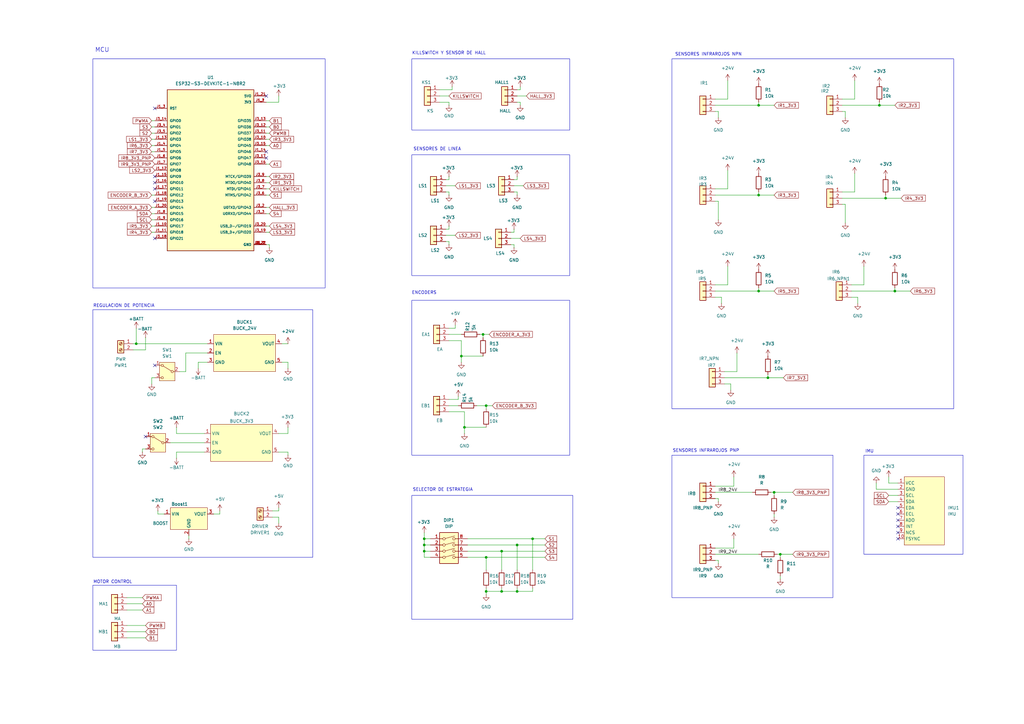
<source format=kicad_sch>
(kicad_sch (version 20231120) (generator "eeschema") (generator_version "8.0")
  (paper "A3")
  (junction (at 363.22 81.28))
  (junction (at 367.03 119.38))
  (junction (at 199.39 228.6))
  (junction (at 314.96 154.94))
  (junction (at 173.99 226.06))
  (junction (at 173.99 223.52))
  (junction (at 311.15 119.38))
  (junction (at 218.44 220.98))
  (junction (at 55.88 140.97))
  (junction (at 198.12 137.16))
  (junction (at 199.39 242.57))
  (junction (at 311.15 80.01))
  (junction (at 360.68 43.18))
  (junction (at 205.74 242.57))
  (junction (at 317.5 201.93))
  (junction (at 189.23 146.05))
  (junction (at 212.09 242.57))
  (junction (at 190.5 175.26))
  (junction (at 311.15 43.18))
  (junction (at 173.99 220.98))
  (junction (at 205.74 226.06))
  (junction (at 320.04 227.33))
  (junction (at 199.39 166.37))
  (junction (at 212.09 223.52))
  (no_connect (at 109.22 39.37))
  (no_connect (at 63.5 44.45))
  (no_connect (at 368.3 215.9))
  (no_connect (at 109.22 62.23))
  (no_connect (at 63.5 149.86))
  (no_connect (at 63.5 97.79))
  (no_connect (at 368.3 218.44))
  (no_connect (at 59.69 179.07))
  (no_connect (at 63.5 77.47))
  (no_connect (at 63.5 72.39))
  (no_connect (at 368.3 210.82))
  (no_connect (at 109.22 64.77))
  (no_connect (at 368.3 208.28))
  (no_connect (at 368.3 220.98))
  (no_connect (at 63.5 82.55))
  (no_connect (at 63.5 74.93))
  (no_connect (at 368.3 213.36))
  (wire (pts (xy 187.96 162.56) (xy 187.96 163.83)))
  (wire (pts (xy 311.15 80.01) (xy 317.5 80.01)))
  (wire (pts (xy 191.77 223.52) (xy 212.09 223.52)))
  (wire (pts (xy 62.23 157.48) (xy 62.23 154.94)))
  (wire (pts (xy 184.15 80.01) (xy 184.15 78.74)))
  (wire (pts (xy 293.37 199.39) (xy 300.99 199.39)))
  (wire (pts (xy 360.68 41.91) (xy 360.68 43.18)))
  (wire (pts (xy 317.5 201.93) (xy 317.5 203.2)))
  (wire (pts (xy 293.37 224.79) (xy 300.99 224.79)))
  (wire (pts (xy 62.23 52.07) (xy 63.5 52.07)))
  (wire (pts (xy 58.42 185.42) (xy 58.42 184.15)))
  (wire (pts (xy 212.09 73.66) (xy 210.82 73.66)))
  (wire (pts (xy 62.23 49.53) (xy 63.5 49.53)))
  (wire (pts (xy 184.15 166.37) (xy 187.96 166.37)))
  (wire (pts (xy 186.69 133.35) (xy 186.69 134.62)))
  (wire (pts (xy 109.22 67.31) (xy 110.49 67.31)))
  (wire (pts (xy 52.07 261.62) (xy 59.69 261.62)))
  (wire (pts (xy 118.11 186.69) (xy 118.11 185.42)))
  (wire (pts (xy 212.09 80.01) (xy 212.09 78.74)))
  (wire (pts (xy 173.99 226.06) (xy 173.99 223.52)))
  (wire (pts (xy 187.96 163.83) (xy 184.15 163.83)))
  (wire (pts (xy 205.74 242.57) (xy 212.09 242.57)))
  (wire (pts (xy 62.23 80.01) (xy 63.5 80.01)))
  (wire (pts (xy 294.64 205.74) (xy 294.64 204.47)))
  (wire (pts (xy 320.04 236.22) (xy 320.04 237.49)))
  (wire (pts (xy 110.49 72.39) (xy 109.22 72.39)))
  (wire (pts (xy 293.37 43.18) (xy 311.15 43.18)))
  (wire (pts (xy 185.42 35.56) (xy 185.42 36.83)))
  (wire (pts (xy 110.49 87.63) (xy 109.22 87.63)))
  (wire (pts (xy 184.15 72.39) (xy 184.15 73.66)))
  (wire (pts (xy 114.3 214.63) (xy 114.3 212.09)))
  (wire (pts (xy 184.15 93.98) (xy 182.88 93.98)))
  (wire (pts (xy 364.49 195.58) (xy 364.49 198.12)))
  (wire (pts (xy 293.37 80.01) (xy 311.15 80.01)))
  (wire (pts (xy 359.41 198.12) (xy 359.41 200.66)))
  (wire (pts (xy 64.77 209.55) (xy 64.77 210.82)))
  (wire (pts (xy 52.07 259.08) (xy 59.69 259.08)))
  (wire (pts (xy 218.44 241.3) (xy 218.44 242.57)))
  (wire (pts (xy 346.71 45.72) (xy 345.44 45.72)))
  (wire (pts (xy 184.15 168.91) (xy 190.5 168.91)))
  (wire (pts (xy 213.36 43.18) (xy 213.36 41.91)))
  (wire (pts (xy 349.25 119.38) (xy 367.03 119.38)))
  (wire (pts (xy 190.5 175.26) (xy 199.39 175.26)))
  (wire (pts (xy 363.22 80.01) (xy 363.22 81.28)))
  (wire (pts (xy 191.77 228.6) (xy 199.39 228.6)))
  (wire (pts (xy 58.42 184.15) (xy 59.69 184.15)))
  (wire (pts (xy 184.15 92.71) (xy 184.15 93.98)))
  (wire (pts (xy 367.03 119.38) (xy 373.38 119.38)))
  (wire (pts (xy 186.69 134.62) (xy 184.15 134.62)))
  (wire (pts (xy 314.96 153.67) (xy 314.96 154.94)))
  (wire (pts (xy 295.91 121.92) (xy 295.91 124.46)))
  (wire (pts (xy 294.64 82.55) (xy 293.37 82.55)))
  (wire (pts (xy 311.15 41.91) (xy 311.15 43.18)))
  (wire (pts (xy 320.04 227.33) (xy 325.12 227.33)))
  (wire (pts (xy 76.2 144.78) (xy 85.09 144.78)))
  (wire (pts (xy 293.37 201.93) (xy 308.61 201.93)))
  (wire (pts (xy 184.15 99.06) (xy 182.88 99.06)))
  (wire (pts (xy 52.07 250.19) (xy 58.42 250.19)))
  (wire (pts (xy 345.44 43.18) (xy 360.68 43.18)))
  (wire (pts (xy 318.77 227.33) (xy 320.04 227.33)))
  (wire (pts (xy 190.5 168.91) (xy 190.5 175.26)))
  (wire (pts (xy 118.11 175.26) (xy 118.11 177.8)))
  (wire (pts (xy 212.09 233.68) (xy 212.09 223.52)))
  (wire (pts (xy 218.44 233.68) (xy 218.44 220.98)))
  (wire (pts (xy 298.45 109.22) (xy 298.45 116.84)))
  (wire (pts (xy 212.09 242.57) (xy 218.44 242.57)))
  (wire (pts (xy 349.25 116.84) (xy 354.33 116.84)))
  (wire (pts (xy 199.39 242.57) (xy 199.39 243.84)))
  (wire (pts (xy 109.22 49.53) (xy 110.49 49.53)))
  (wire (pts (xy 190.5 175.26) (xy 190.5 177.8)))
  (wire (pts (xy 62.23 87.63) (xy 63.5 87.63)))
  (wire (pts (xy 350.52 71.12) (xy 350.52 78.74)))
  (wire (pts (xy 173.99 226.06) (xy 176.53 226.06)))
  (wire (pts (xy 212.09 72.39) (xy 212.09 73.66)))
  (wire (pts (xy 293.37 40.64) (xy 298.45 40.64)))
  (wire (pts (xy 299.72 157.48) (xy 299.72 160.02)))
  (wire (pts (xy 52.07 256.54) (xy 59.69 256.54)))
  (wire (pts (xy 59.69 138.43) (xy 59.69 143.51)))
  (wire (pts (xy 214.63 76.2) (xy 210.82 76.2)))
  (wire (pts (xy 345.44 78.74) (xy 350.52 78.74)))
  (wire (pts (xy 354.33 109.22) (xy 354.33 116.84)))
  (wire (pts (xy 364.49 198.12) (xy 368.3 198.12)))
  (wire (pts (xy 196.85 137.16) (xy 198.12 137.16)))
  (wire (pts (xy 184.15 139.7) (xy 189.23 139.7)))
  (wire (pts (xy 176.53 220.98) (xy 173.99 220.98)))
  (wire (pts (xy 213.36 35.56) (xy 213.36 36.83)))
  (wire (pts (xy 55.88 134.62) (xy 55.88 140.97)))
  (wire (pts (xy 297.18 152.4) (xy 302.26 152.4)))
  (wire (pts (xy 62.23 62.23) (xy 63.5 62.23)))
  (wire (pts (xy 199.39 166.37) (xy 201.93 166.37)))
  (wire (pts (xy 110.49 57.15) (xy 109.22 57.15)))
  (wire (pts (xy 311.15 78.74) (xy 311.15 80.01)))
  (wire (pts (xy 72.39 185.42) (xy 83.82 185.42)))
  (wire (pts (xy 294.64 82.55) (xy 294.64 90.17)))
  (wire (pts (xy 173.99 228.6) (xy 173.99 226.06)))
  (wire (pts (xy 62.23 154.94) (xy 63.5 154.94)))
  (wire (pts (xy 346.71 45.72) (xy 346.71 48.26)))
  (wire (pts (xy 191.77 226.06) (xy 205.74 226.06)))
  (wire (pts (xy 76.2 152.4) (xy 73.66 152.4)))
  (wire (pts (xy 189.23 139.7) (xy 189.23 146.05)))
  (wire (pts (xy 186.69 96.52) (xy 182.88 96.52)))
  (wire (pts (xy 213.36 97.79) (xy 209.55 97.79)))
  (wire (pts (xy 81.28 148.59) (xy 85.09 148.59)))
  (wire (pts (xy 62.23 90.17) (xy 63.5 90.17)))
  (wire (pts (xy 114.3 39.37) (xy 114.3 41.91)))
  (wire (pts (xy 114.3 209.55) (xy 111.76 209.55)))
  (wire (pts (xy 62.23 54.61) (xy 63.5 54.61)))
  (wire (pts (xy 118.11 185.42) (xy 114.3 185.42)))
  (wire (pts (xy 210.82 95.25) (xy 209.55 95.25)))
  (wire (pts (xy 180.34 39.37) (xy 184.15 39.37)))
  (wire (pts (xy 300.99 220.98) (xy 300.99 224.79)))
  (wire (pts (xy 210.82 101.6) (xy 210.82 100.33)))
  (wire (pts (xy 72.39 175.26) (xy 72.39 177.8)))
  (wire (pts (xy 213.36 36.83) (xy 212.09 36.83)))
  (wire (pts (xy 62.23 59.69) (xy 63.5 59.69)))
  (wire (pts (xy 300.99 195.58) (xy 300.99 199.39)))
  (wire (pts (xy 64.77 210.82) (xy 67.31 210.82)))
  (wire (pts (xy 210.82 100.33) (xy 209.55 100.33)))
  (wire (pts (xy 115.57 140.97) (xy 118.11 140.97)))
  (wire (pts (xy 184.15 73.66) (xy 182.88 73.66)))
  (wire (pts (xy 199.39 167.64) (xy 199.39 166.37)))
  (wire (pts (xy 118.11 148.59) (xy 118.11 151.13)))
  (wire (pts (xy 345.44 40.64) (xy 350.52 40.64)))
  (wire (pts (xy 173.99 223.52) (xy 176.53 223.52)))
  (wire (pts (xy 114.3 208.28) (xy 114.3 209.55)))
  (wire (pts (xy 199.39 241.3) (xy 199.39 242.57)))
  (wire (pts (xy 72.39 187.96) (xy 72.39 185.42)))
  (wire (pts (xy 109.22 95.25) (xy 110.49 95.25)))
  (wire (pts (xy 346.71 83.82) (xy 346.71 91.44)))
  (wire (pts (xy 302.26 144.78) (xy 302.26 152.4)))
  (wire (pts (xy 189.23 146.05) (xy 189.23 148.59)))
  (wire (pts (xy 205.74 241.3) (xy 205.74 242.57)))
  (wire (pts (xy 198.12 137.16) (xy 200.66 137.16)))
  (wire (pts (xy 186.69 76.2) (xy 182.88 76.2)))
  (wire (pts (xy 109.22 92.71) (xy 110.49 92.71)))
  (wire (pts (xy 114.3 41.91) (xy 109.22 41.91)))
  (wire (pts (xy 298.45 69.85) (xy 298.45 77.47)))
  (wire (pts (xy 52.07 245.11) (xy 58.42 245.11)))
  (wire (pts (xy 351.79 121.92) (xy 349.25 121.92)))
  (wire (pts (xy 294.64 204.47) (xy 293.37 204.47)))
  (wire (pts (xy 364.49 203.2) (xy 368.3 203.2)))
  (wire (pts (xy 54.61 143.51) (xy 59.69 143.51)))
  (wire (pts (xy 363.22 81.28) (xy 369.57 81.28)))
  (wire (pts (xy 205.74 226.06) (xy 223.52 226.06)))
  (wire (pts (xy 350.52 33.02) (xy 350.52 40.64)))
  (wire (pts (xy 62.23 57.15) (xy 63.5 57.15)))
  (wire (pts (xy 210.82 93.98) (xy 210.82 95.25)))
  (wire (pts (xy 55.88 140.97) (xy 54.61 140.97)))
  (wire (pts (xy 311.15 118.11) (xy 311.15 119.38)))
  (wire (pts (xy 90.17 210.82) (xy 87.63 210.82)))
  (wire (pts (xy 364.49 205.74) (xy 368.3 205.74)))
  (wire (pts (xy 184.15 41.91) (xy 180.34 41.91)))
  (wire (pts (xy 173.99 223.52) (xy 173.99 220.98)))
  (wire (pts (xy 62.23 95.25) (xy 63.5 95.25)))
  (wire (pts (xy 199.39 233.68) (xy 199.39 228.6)))
  (wire (pts (xy 212.09 241.3) (xy 212.09 242.57)))
  (wire (pts (xy 109.22 80.01) (xy 110.49 80.01)))
  (wire (pts (xy 69.85 181.61) (xy 83.82 181.61)))
  (wire (pts (xy 293.37 116.84) (xy 298.45 116.84)))
  (wire (pts (xy 110.49 85.09) (xy 109.22 85.09)))
  (wire (pts (xy 351.79 121.92) (xy 351.79 124.46)))
  (wire (pts (xy 294.64 45.72) (xy 293.37 45.72)))
  (wire (pts (xy 345.44 81.28) (xy 363.22 81.28)))
  (wire (pts (xy 111.76 212.09) (xy 114.3 212.09)))
  (wire (pts (xy 110.49 101.6) (xy 110.49 100.33)))
  (wire (pts (xy 110.49 100.33) (xy 109.22 100.33)))
  (wire (pts (xy 198.12 138.43) (xy 198.12 137.16)))
  (wire (pts (xy 110.49 74.93) (xy 109.22 74.93)))
  (wire (pts (xy 173.99 228.6) (xy 176.53 228.6)))
  (wire (pts (xy 52.07 247.65) (xy 58.42 247.65)))
  (wire (pts (xy 212.09 223.52) (xy 223.52 223.52)))
  (wire (pts (xy 199.39 242.57) (xy 205.74 242.57)))
  (wire (pts (xy 184.15 100.33) (xy 184.15 99.06)))
  (wire (pts (xy 62.23 85.09) (xy 63.5 85.09)))
  (wire (pts (xy 299.72 157.48) (xy 297.18 157.48)))
  (wire (pts (xy 118.11 148.59) (xy 115.57 148.59)))
  (wire (pts (xy 360.68 43.18) (xy 367.03 43.18)))
  (wire (pts (xy 215.9 39.37) (xy 212.09 39.37)))
  (wire (pts (xy 184.15 137.16) (xy 189.23 137.16)))
  (wire (pts (xy 77.47 219.71) (xy 77.47 220.98)))
  (wire (pts (xy 205.74 233.68) (xy 205.74 226.06)))
  (wire (pts (xy 293.37 227.33) (xy 311.15 227.33)))
  (wire (pts (xy 293.37 119.38) (xy 311.15 119.38)))
  (wire (pts (xy 185.42 36.83) (xy 180.34 36.83)))
  (wire (pts (xy 297.18 154.94) (xy 314.96 154.94)))
  (wire (pts (xy 110.49 77.47) (xy 109.22 77.47)))
  (wire (pts (xy 316.23 201.93) (xy 317.5 201.93)))
  (wire (pts (xy 298.45 33.02) (xy 298.45 40.64)))
  (wire (pts (xy 359.41 200.66) (xy 368.3 200.66)))
  (wire (pts (xy 72.39 177.8) (xy 83.82 177.8)))
  (wire (pts (xy 109.22 59.69) (xy 110.49 59.69)))
  (wire (pts (xy 90.17 209.55) (xy 90.17 210.82)))
  (wire (pts (xy 294.64 231.14) (xy 294.64 229.87)))
  (wire (pts (xy 311.15 119.38) (xy 317.5 119.38)))
  (wire (pts (xy 367.03 118.11) (xy 367.03 119.38)))
  (wire (pts (xy 346.71 83.82) (xy 345.44 83.82)))
  (wire (pts (xy 320.04 227.33) (xy 320.04 228.6)))
  (wire (pts (xy 294.64 229.87) (xy 293.37 229.87)))
  (wire (pts (xy 317.5 210.82) (xy 317.5 212.09)))
  (wire (pts (xy 314.96 154.94) (xy 321.31 154.94)))
  (wire (pts (xy 81.28 151.13) (xy 81.28 148.59)))
  (wire (pts (xy 184.15 78.74) (xy 182.88 78.74)))
  (wire (pts (xy 294.64 45.72) (xy 294.64 48.26)))
  (wire (pts (xy 55.88 140.97) (xy 85.09 140.97)))
  (wire (pts (xy 184.15 43.18) (xy 184.15 41.91)))
  (wire (pts (xy 173.99 218.44) (xy 173.99 220.98)))
  (wire (pts (xy 109.22 52.07) (xy 110.49 52.07)))
  (wire (pts (xy 199.39 228.6) (xy 223.52 228.6)))
  (wire (pts (xy 218.44 220.98) (xy 223.52 220.98)))
  (wire (pts (xy 62.23 92.71) (xy 63.5 92.71)))
  (wire (pts (xy 311.15 43.18) (xy 317.5 43.18)))
  (wire (pts (xy 293.37 77.47) (xy 298.45 77.47)))
  (wire (pts (xy 213.36 41.91) (xy 212.09 41.91)))
  (wire (pts (xy 212.09 78.74) (xy 210.82 78.74)))
  (wire (pts (xy 118.11 177.8) (xy 114.3 177.8)))
  (wire (pts (xy 109.22 54.61) (xy 110.49 54.61)))
  (wire (pts (xy 195.58 166.37) (xy 199.39 166.37)))
  (wire (pts (xy 76.2 144.78) (xy 76.2 152.4)))
  (wire (pts (xy 317.5 201.93) (xy 325.12 201.93)))
  (wire (pts (xy 295.91 121.92) (xy 293.37 121.92)))
  (wire (pts (xy 191.77 220.98) (xy 218.44 220.98)))
  (wire (pts (xy 189.23 146.05) (xy 198.12 146.05)))
  (rectangle (start 38.1 24.13) (end 133.35 118.11))
  (rectangle (start 354.33 186.69) (end 394.97 227.33))
  (rectangle (start 38.1 127) (end 128.27 228.6))
  (rectangle (start 168.91 203.2) (end 234.95 254))
  (rectangle (start 168.91 63.5) (end 233.68 113.03))
  (rectangle (start 168.91 24.13) (end 233.68 53.34))
  (rectangle (start 275.59 24.13) (end 391.16 167.64))
  (rectangle (start 275.59 186.69) (end 341.63 245.11))
  (rectangle (start 168.91 123.19) (end 233.68 186.69))
  (rectangle (start 38.1 240.03) (end 72.39 266.7))
  (text "SENSORES DE LINEA" (at 179.324 61.214 0) (effects (font (size 1.27 1.27))))
  (text "SELECTOR DE ESTRATEGIA" (at 181.61 200.914 0) (effects (font (size 1.27 1.27))))
  (text "REGULACION DE POTENCIA\n" (at 50.8 125.476 0) (effects (font (size 1.27 1.27))))
  (text "SENSORES INFRAROJOS NPN\n" (at 290.576 22.352 0) (effects (font (size 1.27 1.27))))
  (text "IMU\n" (at 356.616 185.166 0) (effects (font (size 1.27 1.27))))
  (text "KILLSWITCH Y SENSOR DE HALL" (at 184.15 21.844 0) (effects (font (size 1.27 1.27))))
  (text "ENCODERS\n" (at 173.99 120.142 0) (effects (font (size 1.27 1.27))))
  (text "SENSORES INFRAROJOS PNP\n" (at 289.56 184.912 0) (effects (font (size 1.27 1.27))))
  (text "MCU\n" (at 41.91 20.574 0) (effects (font (size 1.778 1.778))))
  (text "MOTOR CONTROL\n" (at 46.228 238.76 0) (effects (font (size 1.27 1.27))))
  (label "IR8_24V" (at 294.64 201.93 0))
  (label "IR9_24V" (at 294.64 227.33 0))
  (global_label "KILLSWITCH" (shape input) (at 184.15 39.37 0) (property "Intersheetrefs" "${INTERSHEET_REFS}" (effects (hide yes))))
  (global_label "IR4_3V3" (shape input) (at 369.57 81.28 0) (property "Intersheetrefs" "${INTERSHEET_REFS}" (effects (hide yes))))
  (global_label "S4" (shape input) (at 223.52 228.6 0) (property "Intersheetrefs" "${INTERSHEET_REFS}" (effects (hide yes))))
  (global_label "B0" (shape input) (at 110.49 52.07 0) (property "Intersheetrefs" "${INTERSHEET_REFS}" (effects (hide yes))))
  (global_label "LS1_3V3" (shape input) (at 186.69 76.2 0) (property "Intersheetrefs" "${INTERSHEET_REFS}" (effects (hide yes))))
  (global_label "IR7_3V3" (shape input) (at 321.31 154.94 0) (property "Intersheetrefs" "${INTERSHEET_REFS}" (effects (hide yes))))
  (global_label "HALL_3V3" (shape input) (at 215.9 39.37 0) (property "Intersheetrefs" "${INTERSHEET_REFS}" (effects (hide yes))))
  (global_label "LS4_3V3" (shape input) (at 110.49 92.71 0) (property "Intersheetrefs" "${INTERSHEET_REFS}" (effects (hide yes))))
  (global_label "IR6_3V3" (shape input) (at 373.38 119.38 0) (property "Intersheetrefs" "${INTERSHEET_REFS}" (effects (hide yes))))
  (global_label "IR1_3V3" (shape input) (at 110.49 74.93 0) (property "Intersheetrefs" "${INTERSHEET_REFS}" (effects (hide yes))))
  (global_label "IR8_3V3_PNP" (shape input) (at 325.12 201.93 0) (property "Intersheetrefs" "${INTERSHEET_REFS}" (effects (hide yes))))
  (global_label "IR4_3V3" (shape input) (at 62.23 95.25 180) (property "Intersheetrefs" "${INTERSHEET_REFS}" (effects (hide yes))))
  (global_label "ENCODER_A_3V3" (shape input) (at 62.23 85.09 180) (property "Intersheetrefs" "${INTERSHEET_REFS}" (effects (hide yes))))
  (global_label "A0" (shape input) (at 58.42 247.65 0) (property "Intersheetrefs" "${INTERSHEET_REFS}" (effects (hide yes))))
  (global_label "LS3_3V3" (shape input) (at 110.49 95.25 0) (property "Intersheetrefs" "${INTERSHEET_REFS}" (effects (hide yes))))
  (global_label "A1" (shape input) (at 110.49 67.31 0) (property "Intersheetrefs" "${INTERSHEET_REFS}" (effects (hide yes))))
  (global_label "S3" (shape input) (at 223.52 226.06 0) (property "Intersheetrefs" "${INTERSHEET_REFS}" (effects (hide yes))))
  (global_label "SCL" (shape input) (at 62.23 90.17 180) (property "Intersheetrefs" "${INTERSHEET_REFS}" (effects (hide yes))))
  (global_label "IR6_3V3" (shape input) (at 62.23 59.69 180) (property "Intersheetrefs" "${INTERSHEET_REFS}" (effects (hide yes))))
  (global_label "LS1_3V3" (shape input) (at 62.23 57.15 180) (property "Intersheetrefs" "${INTERSHEET_REFS}" (effects (hide yes))))
  (global_label "PWMB" (shape input) (at 59.69 256.54 0) (property "Intersheetrefs" "${INTERSHEET_REFS}" (effects (hide yes))))
  (global_label "IR9_3V3_PNP" (shape input) (at 325.12 227.33 0) (property "Intersheetrefs" "${INTERSHEET_REFS}" (effects (hide yes))))
  (global_label "IR2_3V3" (shape input) (at 367.03 43.18 0) (property "Intersheetrefs" "${INTERSHEET_REFS}" (effects (hide yes))))
  (global_label "S1" (shape input) (at 110.49 80.01 0) (property "Intersheetrefs" "${INTERSHEET_REFS}" (effects (hide yes))))
  (global_label "S2" (shape input) (at 62.23 54.61 180) (property "Intersheetrefs" "${INTERSHEET_REFS}" (effects (hide yes))))
  (global_label "S3" (shape input) (at 62.23 52.07 180) (property "Intersheetrefs" "${INTERSHEET_REFS}" (effects (hide yes))))
  (global_label "KILLSWITCH" (shape input) (at 110.49 77.47 0) (property "Intersheetrefs" "${INTERSHEET_REFS}" (effects (hide yes))))
  (global_label "LS4_3V3" (shape input) (at 213.36 97.79 0) (property "Intersheetrefs" "${INTERSHEET_REFS}" (effects (hide yes))))
  (global_label "B1" (shape input) (at 110.49 49.53 0) (property "Intersheetrefs" "${INTERSHEET_REFS}" (effects (hide yes))))
  (global_label "SCL" (shape input) (at 364.49 203.2 180) (property "Intersheetrefs" "${INTERSHEET_REFS}" (effects (hide yes))))
  (global_label "IR7_3V3" (shape input) (at 62.23 62.23 180) (property "Intersheetrefs" "${INTERSHEET_REFS}" (effects (hide yes))))
  (global_label "HALL_3V3" (shape input) (at 110.49 85.09 0) (property "Intersheetrefs" "${INTERSHEET_REFS}" (effects (hide yes))))
  (global_label "PWMA" (shape input) (at 58.42 245.11 0) (property "Intersheetrefs" "${INTERSHEET_REFS}" (effects (hide yes))))
  (global_label "IR8_3V3_PNP" (shape input) (at 63.5 64.77 180) (property "Intersheetrefs" "${INTERSHEET_REFS}" (effects (hide yes))))
  (global_label "IR2_3V3" (shape input) (at 110.49 72.39 0) (property "Intersheetrefs" "${INTERSHEET_REFS}" (effects (hide yes))))
  (global_label "ENCODER_A_3V3" (shape input) (at 200.66 137.16 0) (property "Intersheetrefs" "${INTERSHEET_REFS}" (effects (hide yes))))
  (global_label "PWMB" (shape input) (at 110.49 54.61 0) (property "Intersheetrefs" "${INTERSHEET_REFS}" (effects (hide yes))))
  (global_label "LS3_3V3" (shape input) (at 214.63 76.2 0) (property "Intersheetrefs" "${INTERSHEET_REFS}" (effects (hide yes))))
  (global_label "SDA" (shape input) (at 62.23 87.63 180) (property "Intersheetrefs" "${INTERSHEET_REFS}" (effects (hide yes))))
  (global_label "LS2_3V3" (shape input) (at 63.5 69.85 180) (property "Intersheetrefs" "${INTERSHEET_REFS}" (effects (hide yes))))
  (global_label "IR1_3V3" (shape input) (at 317.5 43.18 0) (property "Intersheetrefs" "${INTERSHEET_REFS}" (effects (hide yes))))
  (global_label "S4" (shape input) (at 110.49 87.63 0) (property "Intersheetrefs" "${INTERSHEET_REFS}" (effects (hide yes))))
  (global_label "PWMA" (shape input) (at 62.23 49.53 180) (property "Intersheetrefs" "${INTERSHEET_REFS}" (effects (hide yes))))
  (global_label "A0" (shape input) (at 110.49 59.69 0) (property "Intersheetrefs" "${INTERSHEET_REFS}" (effects (hide yes))))
  (global_label "B0" (shape input) (at 59.69 259.08 0) (property "Intersheetrefs" "${INTERSHEET_REFS}" (effects (hide yes))))
  (global_label "IR5_3V3" (shape input) (at 317.5 119.38 0) (property "Intersheetrefs" "${INTERSHEET_REFS}" (effects (hide yes))))
  (global_label "SDA" (shape input) (at 364.49 205.74 180) (property "Intersheetrefs" "${INTERSHEET_REFS}" (effects (hide yes))))
  (global_label "IR3_3V3" (shape input) (at 317.5 80.01 0) (property "Intersheetrefs" "${INTERSHEET_REFS}" (effects (hide yes))))
  (global_label "ENCODER_B_3V3" (shape input) (at 62.23 80.01 180) (property "Intersheetrefs" "${INTERSHEET_REFS}" (effects (hide yes))))
  (global_label "IR3_3V3" (shape input) (at 110.49 57.15 0) (property "Intersheetrefs" "${INTERSHEET_REFS}" (effects (hide yes))))
  (global_label "B1" (shape input) (at 59.69 261.62 0) (property "Intersheetrefs" "${INTERSHEET_REFS}" (effects (hide yes))))
  (global_label "ENCODER_B_3V3" (shape input) (at 201.93 166.37 0) (property "Intersheetrefs" "${INTERSHEET_REFS}" (effects (hide yes))))
  (global_label "IR9_3V3_PNP" (shape input) (at 63.5 67.31 180) (property "Intersheetrefs" "${INTERSHEET_REFS}" (effects (hide yes))))
  (global_label "A1" (shape input) (at 58.42 250.19 0) (property "Intersheetrefs" "${INTERSHEET_REFS}" (effects (hide yes))))
  (global_label "S1" (shape input) (at 223.52 220.98 0) (property "Intersheetrefs" "${INTERSHEET_REFS}" (effects (hide yes))))
  (global_label "IR5_3V3" (shape input) (at 62.23 92.71 180) (property "Intersheetrefs" "${INTERSHEET_REFS}" (effects (hide yes))))
  (global_label "LS2_3V3" (shape input) (at 186.69 96.52 0) (property "Intersheetrefs" "${INTERSHEET_REFS}" (effects (hide yes))))
  (global_label "S2" (shape input) (at 223.52 223.52 0) (property "Intersheetrefs" "${INTERSHEET_REFS}" (effects (hide yes))))
  (symbol (lib_id "power:+3V3") (at 311.15 110.49 0) (unit 1)
    (property "Reference" "#PWR036" (effects (hide yes)))
    (property "Value" "+3V3" (at 311.15 105.41 0))
    (property "Description" "Power symbol creates a global label with name \"+3V3\"" (effects (hide yes)))
  )
  (symbol (lib_id "power:GND") (at 58.42 185.42 0) (unit 1)
    (property "Reference" "#PWR055" (effects (hide yes)))
    (property "Value" "GND" (at 58.42 189.738 0))
    (property "Description" "Power symbol creates a global label with name \"GND\" , ground" (effects (hide yes)))
  )
  (symbol (lib_id "Device:R") (at 218.44 237.49 0) (unit 1)
    (property "Reference" "R19" (at 220.218 236.22 0) (effects (justify left)))
    (property "Value" "10k" (at 220.218 238.76 0) (effects (justify left)))
    (property "Footprint" "Resistor_SMD:R_0603_1608Metric_Pad0.98x0.95mm_HandSolder" (effects (hide yes)))
    (property "Description" "Resistor" (effects (hide yes)))
  )
  (symbol (lib_id "power:GND") (at 212.09 80.01 0) (mirror y) (unit 1)
    (property "Reference" "#PWR026" (effects (hide yes)))
    (property "Value" "GND" (at 212.09 85.09 0))
    (property "Description" "Power symbol creates a global label with name \"GND\" , ground" (effects (hide yes)))
  )
  (symbol (lib_id "power:+3V3") (at 367.03 110.49 0) (unit 1)
    (property "Reference" "#PWR037" (effects (hide yes)))
    (property "Value" "+3V3" (at 367.03 105.41 0))
    (property "Description" "Power symbol creates a global label with name \"+3V3\"" (effects (hide yes)))
  )
  (symbol (lib_id "Connector_Generic:Conn_01x03") (at 344.17 119.38 0) (mirror y) (unit 1)
    (property "Reference" "IR6_NPN1" (at 343.916 114.3 0))
    (property "Value" "IR6" (at 342.9 111.506 0))
    (property "Footprint" "Connector_JST:JST_XH_B3B-XH-A_1x03_P2.50mm_Vertical" (effects (hide yes)))
    (property "Description" "Generic connector, single row, 01x03, script generated (kicad-library-utils/schlib/autogen/connector/)" (effects (hide yes)))
  )
  (symbol (lib_id "Device:R") (at 199.39 237.49 0) (unit 1)
    (property "Reference" "R16" (at 200.66 236.22 0) (effects (justify left)))
    (property "Value" "10k" (at 200.66 238.76 0) (effects (justify left)))
    (property "Footprint" "Resistor_SMD:R_0603_1608Metric_Pad0.98x0.95mm_HandSolder" (effects (hide yes)))
    (property "Description" "Resistor" (effects (hide yes)))
  )
  (symbol (lib_id "power:+24V") (at 350.52 71.12 0) (unit 1)
    (property "Reference" "#PWR021" (effects (hide yes)))
    (property "Value" "+24V" (at 350.52 66.04 0))
    (property "Description" "Power symbol creates a global label with name \"+24V\"" (effects (hide yes)))
  )
  (symbol (lib_id "Connector_Generic:Conn_01x03") (at 292.1 154.94 0) (mirror y) (unit 1)
    (property "Reference" "IR7" (at 291.846 149.86 0))
    (property "Value" "IR7_NPN" (at 290.83 147.066 0))
    (property "Footprint" "Connector_JST:JST_XH_B3B-XH-A_1x03_P2.50mm_Vertical" (effects (hide yes)))
    (property "Description" "Generic connector, single row, 01x03, script generated (kicad-library-utils/schlib/autogen/connector/)" (effects (hide yes)))
  )
  (symbol (lib_id "Connector_Generic:Conn_01x03") (at 340.36 81.28 0) (mirror y) (unit 1)
    (property "Reference" "IR4" (at 340.106 75.184 0))
    (property "Value" "IR4" (at 340.106 72.644 0))
    (property "Footprint" "Connector_JST:JST_XH_B3B-XH-A_1x03_P2.50mm_Vertical" (effects (hide yes)))
    (property "Description" "Generic connector, single row, 01x03, script generated (kicad-library-utils/schlib/autogen/connector/)" (effects (hide yes)))
  )
  (symbol (lib_id "power:+BATT") (at 59.69 138.43 0) (unit 1)
    (property "Reference" "#PWR042" (effects (hide yes)))
    (property "Value" "-BATT" (at 59.436 134.874 0))
    (property "Description" "Power symbol creates a global label with name \"+BATT\"" (effects (hide yes)))
  )
  (symbol (lib_id "power:+3V3") (at 311.15 34.29 0) (unit 1)
    (property "Reference" "#PWR010" (effects (hide yes)))
    (property "Value" "+3V3" (at 311.15 29.21 0))
    (property "Description" "Power symbol creates a global label with name \"+3V3\"" (effects (hide yes)))
  )
  (symbol (lib_id "Connector_Generic:Conn_01x03") (at 177.8 76.2 0) (mirror y) (unit 1)
    (property "Reference" "LS1" (at 175.26 76.2 0) (effects (justify left)))
    (property "Value" "LS1" (at 180.34 82.296 0) (effects (justify left)))
    (property "Footprint" "Connector_JST:JST_XH_B3B-XH-A_1x03_P2.50mm_Vertical" (effects (hide yes)))
    (property "Description" "Generic connector, single row, 01x03, script generated (kicad-library-utils/schlib/autogen/connector/)" (effects (hide yes)))
  )
  (symbol (lib_id "power:+3V3") (at 185.42 35.56 0) (mirror y) (unit 1)
    (property "Reference" "#PWR012" (effects (hide yes)))
    (property "Value" "+3V3" (at 185.166 32.004 0))
    (property "Description" "Power symbol creates a global label with name \"+3V3\"" (effects (hide yes)))
  )
  (symbol (lib_id "Connector_Generic:Conn_01x03") (at 179.07 137.16 0) (mirror y) (unit 1)
    (property "Reference" "EA1" (at 176.53 137.16 0) (effects (justify left)))
    (property "Value" "EA" (at 181.61 143.256 0) (effects (justify left)))
    (property "Footprint" "Connector_JST:JST_XH_B3B-XH-A_1x03_P2.50mm_Vertical" (effects (hide yes)))
    (property "Description" "Generic connector, single row, 01x03, script generated (kicad-library-utils/schlib/autogen/connector/)" (effects (hide yes)))
  )
  (symbol (lib_id "Device:R") (at 314.96 227.33 270) (unit 1)
    (property "Reference" "R10" (at 314.96 229.87 90))
    (property "Value" "R" (at 314.96 232.41 90))
    (property "Footprint" "Resistor_SMD:R_0603_1608Metric_Pad0.98x0.95mm_HandSolder" (effects (hide yes)))
    (property "Description" "Resistor" (effects (hide yes)))
  )
  (symbol (lib_id "power:GND") (at 294.64 48.26 0) (mirror y) (unit 1)
    (property "Reference" "#PWR017" (effects (hide yes)))
    (property "Value" "GND" (at 294.64 53.34 0))
    (property "Description" "Power symbol creates a global label with name \"GND\" , ground" (effects (hide yes)))
  )
  (symbol (lib_id "power:GND") (at 295.91 124.46 0) (mirror y) (unit 1)
    (property "Reference" "#PWR038" (effects (hide yes)))
    (property "Value" "GND" (at 295.91 129.54 0))
    (property "Description" "Power symbol creates a global label with name \"GND\" , ground" (effects (hide yes)))
  )
  (symbol (lib_id "Device:R") (at 311.15 114.3 0) (unit 1)
    (property "Reference" "R5" (at 313.69 113.0299 0) (effects (justify left)))
    (property "Value" "1Ok" (at 313.69 115.5699 0) (effects (justify left)))
    (property "Footprint" "Resistor_SMD:R_0603_1608Metric_Pad0.98x0.95mm_HandSolder" (effects (hide yes)))
    (property "Description" "Resistor" (effects (hide yes)))
  )
  (symbol (lib_id "Connector_Generic:Conn_01x03") (at 340.36 43.18 0) (mirror y) (unit 1)
    (property "Reference" "IR2" (at 338.328 37.338 0))
    (property "Value" "IR2" (at 338.836 35.306 0))
    (property "Footprint" "Connector_JST:JST_XH_B3B-XH-A_1x03_P2.50mm_Vertical" (effects (hide yes)))
    (property "Description" "Generic connector, single row, 01x03, script generated (kicad-library-utils/schlib/autogen/connector/)" (effects (hide yes)))
  )
  (symbol (lib_id "power:GND") (at 118.11 186.69 0) (unit 1)
    (property "Reference" "#PWR056" (effects (hide yes)))
    (property "Value" "GND" (at 118.11 191.008 0))
    (property "Description" "Power symbol creates a global label with name \"GND\" , ground" (effects (hide yes)))
  )
  (symbol (lib_id "power:+3V3") (at 360.68 34.29 0) (unit 1)
    (property "Reference" "#PWR011" (effects (hide yes)))
    (property "Value" "+3V3" (at 360.68 29.21 0))
    (property "Description" "Power symbol creates a global label with name \"+3V3\"" (effects (hide yes)))
  )
  (symbol (lib_id "power:+BATT") (at 55.88 134.62 0) (unit 1)
    (property "Reference" "#PWR041" (effects (hide yes)))
    (property "Value" "+BATT" (at 55.88 130.81 0))
    (property "Description" "Power symbol creates a global label with name \"+BATT\"" (effects (hide yes)))
  )
  (symbol (lib_id "Connector:Screw_Terminal_01x02") (at 49.53 140.97 0) (mirror y) (unit 1)
    (property "Reference" "PWR1" (at 49.53 149.86 0))
    (property "Value" "PWR" (at 49.53 147.32 0))
    (property "Footprint" "TerminalBlock_Phoenix:TerminalBlock_Phoenix_MKDS-1,5-2-5.08_1x02_P5.08mm_Horizontal" (effects (hide yes)))
    (property "Description" "Generic screw terminal, single row, 01x02, script generated (kicad-library-utils/schlib/autogen/connector/)" (effects (hide yes)))
  )
  (symbol (lib_id "Switch:SW_DIP_x04") (at 184.15 226.06 0) (unit 1)
    (property "Reference" "DIP1" (at 184.15 213.36 0))
    (property "Value" "DIP" (at 184.15 215.9 0))
    (property "Footprint" "Button_Switch_THT:SW_DIP_SPSTx04_Slide_9.78x12.34mm_W7.62mm_P2.54mm" (effects (hide yes)))
    (property "Description" "4x DIP Switch, Single Pole Single Throw (SPST) switch, small symbol" (effects (hide yes)))
  )
  (symbol (lib_id "Switch:SW_SPDT") (at 64.77 181.61 0) (mirror y) (unit 1)
    (property "Reference" "SW2" (at 64.77 172.72 0))
    (property "Value" "SW2" (at 64.77 175.26 0))
    (property "Footprint" "SPDT_SlideSwitch:tht" (effects (hide yes)))
    (property "Description" "Switch, single pole double throw" (effects (hide yes)))
  )
  (symbol (lib_id "Device:R") (at 363.22 76.2 0) (unit 1)
    (property "Reference" "R4" (at 365.76 74.9299 0) (effects (justify left)))
    (property "Value" "1Ok" (at 365.76 77.4699 0) (effects (justify left)))
    (property "Footprint" "Resistor_SMD:R_0603_1608Metric_Pad0.98x0.95mm_HandSolder" (effects (hide yes)))
    (property "Description" "Resistor" (effects (hide yes)))
  )
  (symbol (lib_id "power:+24V") (at 300.99 195.58 0) (unit 1)
    (property "Reference" "#PWR058" (effects (hide yes)))
    (property "Value" "+24V" (at 300.99 190.5 0))
    (property "Description" "Power symbol creates a global label with name \"+24V\"" (effects (hide yes)))
  )
  (symbol (lib_id "power:GND") (at 189.23 148.59 0) (mirror y) (unit 1)
    (property "Reference" "#PWR046" (effects (hide yes)))
    (property "Value" "GND" (at 189.23 153.67 0))
    (property "Description" "Power symbol creates a global label with name \"GND\" , ground" (effects (hide yes)))
  )
  (symbol (lib_id "power:GND") (at 210.82 101.6 0) (mirror y) (unit 1)
    (property "Reference" "#PWR033" (effects (hide yes)))
    (property "Value" "GND" (at 210.82 106.68 0))
    (property "Description" "Power symbol creates a global label with name \"GND\" , ground" (effects (hide yes)))
  )
  (symbol (lib_id "power:+24V") (at 298.45 69.85 0) (unit 1)
    (property "Reference" "#PWR019" (effects (hide yes)))
    (property "Value" "+24V" (at 298.45 64.77 0))
    (property "Description" "Power symbol creates a global label with name \"+24V\"" (effects (hide yes)))
  )
  (symbol (lib_id "power:GND") (at 294.64 90.17 0) (mirror y) (unit 1)
    (property "Reference" "#PWR027" (effects (hide yes)))
    (property "Value" "GND" (at 294.64 95.25 0))
    (property "Description" "Power symbol creates a global label with name \"GND\" , ground" (effects (hide yes)))
  )
  (symbol (lib_id "power:GND") (at 110.49 101.6 0) (mirror y) (unit 1)
    (property "Reference" "#PWR032" (effects (hide yes)))
    (property "Value" "GND" (at 110.49 106.68 0))
    (property "Description" "Power symbol creates a global label with name \"GND\" , ground" (effects (hide yes)))
  )
  (symbol (lib_id "Device:R") (at 312.42 201.93 270) (unit 1)
    (property "Reference" "R8" (at 312.42 195.58 90))
    (property "Value" "R" (at 312.42 198.12 90))
    (property "Footprint" "Resistor_SMD:R_0603_1608Metric_Pad0.98x0.95mm_HandSolder" (effects (hide yes)))
    (property "Description" "Resistor" (effects (hide yes)))
  )
  (symbol (lib_id "power:+36V") (at 118.11 140.97 0) (unit 1)
    (property "Reference" "#PWR043" (effects (hide yes)))
    (property "Value" "+24V" (at 118.11 135.89 0))
    (property "Description" "Power symbol creates a global label with name \"+36V\"" (effects (hide yes)))
  )
  (symbol (lib_id "power:+3V3") (at 210.82 93.98 0) (mirror y) (unit 1)
    (property "Reference" "#PWR030" (effects (hide yes)))
    (property "Value" "+3V3" (at 210.566 90.424 0))
    (property "Description" "Power symbol creates a global label with name \"+3V3\"" (effects (hide yes)))
  )
  (symbol (lib_id "power:GND") (at 184.15 100.33 0) (mirror y) (unit 1)
    (property "Reference" "#PWR031" (effects (hide yes)))
    (property "Value" "GND" (at 184.15 105.41 0))
    (property "Description" "Power symbol creates a global label with name \"GND\" , ground" (effects (hide yes)))
  )
  (symbol (lib_id "power:+3V3") (at 363.22 72.39 0) (unit 1)
    (property "Reference" "#PWR024" (effects (hide yes)))
    (property "Value" "+3V3" (at 363.22 67.31 0))
    (property "Description" "Power symbol creates a global label with name \"+3V3\"" (effects (hide yes)))
  )
  (symbol (lib_id "power:+5V") (at 114.3 208.28 0) (unit 1)
    (property "Reference" "#PWR062" (effects (hide yes)))
    (property "Value" "+5V" (at 114.3 203.454 0))
    (property "Description" "Power symbol creates a global label with name \"+5V\"" (effects (hide yes)))
  )
  (symbol (lib_id "Device:R") (at 311.15 74.93 0) (unit 1)
    (property "Reference" "R3" (at 313.69 73.6599 0) (effects (justify left)))
    (property "Value" "1Ok" (at 313.69 76.1999 0) (effects (justify left)))
    (property "Footprint" "Resistor_SMD:R_0603_1608Metric_Pad0.98x0.95mm_HandSolder" (effects (hide yes)))
    (property "Description" "Resistor" (effects (hide yes)))
  )
  (symbol (lib_id "power:GND") (at 62.23 157.48 0) (unit 1)
    (property "Reference" "#PWR049" (effects (hide yes)))
    (property "Value" "GND" (at 62.23 161.798 0))
    (property "Description" "Power symbol creates a global label with name \"GND\" , ground" (effects (hide yes)))
  )
  (symbol (lib_id "Device:R") (at 320.04 232.41 0) (unit 1)
    (property "Reference" "R11" (at 322.58 231.1399 0) (effects (justify left)))
    (property "Value" "R" (at 322.58 233.6799 0) (effects (justify left)))
    (property "Footprint" "Resistor_SMD:R_0603_1608Metric_Pad0.98x0.95mm_HandSolder" (effects (hide yes)))
    (property "Description" "Resistor" (effects (hide yes)))
  )
  (symbol (lib_id "Connector_Generic:Conn_01x03") (at 177.8 96.52 0) (mirror y) (unit 1)
    (property "Reference" "LS2" (at 175.26 96.52 0) (effects (justify left)))
    (property "Value" "LS2" (at 180.34 102.616 0) (effects (justify left)))
    (property "Footprint" "Connector_JST:JST_XH_B3B-XH-A_1x03_P2.50mm_Vertical" (effects (hide yes)))
    (property "Description" "Generic connector, single row, 01x03, script generated (kicad-library-utils/schlib/autogen/connector/)" (effects (hide yes)))
  )
  (symbol (lib_id "power:GND") (at 317.5 212.09 0) (mirror y) (unit 1)
    (property "Reference" "#PWR065" (effects (hide yes)))
    (property "Value" "GND" (at 317.5 217.17 0))
    (property "Description" "Power symbol creates a global label with name \"GND\" , ground" (effects (hide yes)))
  )
  (symbol (lib_id "Connector_Generic:Conn_01x03") (at 288.29 119.38 0) (mirror y) (unit 1)
    (property "Reference" "IR5" (at 288.036 114.3 0))
    (property "Value" "IR5" (at 287.02 111.506 0))
    (property "Footprint" "Connector_JST:JST_XH_B3B-XH-A_1x03_P2.50mm_Vertical" (effects (hide yes)))
    (property "Description" "Generic connector, single row, 01x03, script generated (kicad-library-utils/schlib/autogen/connector/)" (effects (hide yes)))
  )
  (symbol (lib_id "power:GND") (at 294.64 205.74 0) (mirror y) (unit 1)
    (property "Reference" "#PWR061" (effects (hide yes)))
    (property "Value" "GND" (at 294.64 210.82 0))
    (property "Description" "Power symbol creates a global label with name \"GND\" , ground" (effects (hide yes)))
  )
  (symbol (lib_id "power:+24V") (at 300.99 220.98 0) (unit 1)
    (property "Reference" "#PWR069" (effects (hide yes)))
    (property "Value" "+24V" (at 300.99 215.9 0))
    (property "Description" "Power symbol creates a global label with name \"+24V\"" (effects (hide yes)))
  )
  (symbol (lib_id "power:GND") (at 114.3 214.63 0) (unit 1)
    (property "Reference" "#PWR066" (effects (hide yes)))
    (property "Value" "GND" (at 114.3 218.948 0))
    (property "Description" "Power symbol creates a global label with name \"GND\" , ground" (effects (hide yes)))
  )
  (symbol (lib_id "power:+3V3") (at 114.3 39.37 0) (unit 1)
    (property "Reference" "#PWR014" (effects (hide yes)))
    (property "Value" "+3V3" (at 114.554 35.306 0))
    (property "Description" "Power symbol creates a global label with name \"+3V3\"" (effects (hide yes)))
  )
  (symbol (lib_id "power:GND") (at 346.71 48.26 0) (mirror y) (unit 1)
    (property "Reference" "#PWR018" (effects (hide yes)))
    (property "Value" "GND" (at 346.71 53.34 0))
    (property "Description" "Power symbol creates a global label with name \"GND\" , ground" (effects (hide yes)))
  )
  (symbol (lib_id "power:+3V3") (at 364.49 195.58 0) (unit 1)
    (property "Reference" "#PWR059" (effects (hide yes)))
    (property "Value" "+3V3" (at 364.236 191.262 0))
    (property "Description" "Power symbol creates a global label with name \"+3V3\"" (effects (hide yes)))
  )
  (symbol (lib_id "Connector_Generic:Conn_01x03") (at 205.74 76.2 0) (mirror y) (unit 1)
    (property "Reference" "LS3" (at 203.2 76.2 0) (effects (justify left)))
    (property "Value" "LS3" (at 208.28 82.296 0) (effects (justify left)))
    (property "Footprint" "Connector_JST:JST_XH_B3B-XH-A_1x03_P2.50mm_Vertical" (effects (hide yes)))
    (property "Description" "Generic connector, single row, 01x03, script generated (kicad-library-utils/schlib/autogen/connector/)" (effects (hide yes)))
  )
  (symbol (lib_id "power:GND") (at 359.41 198.12 0) (mirror x) (unit 1)
    (property "Reference" "#PWR060" (effects (hide yes)))
    (property "Value" "GND" (at 359.41 193.04 0))
    (property "Description" "Power symbol creates a global label with name \"GND\" , ground" (effects (hide yes)))
  )
  (symbol (lib_id "power:+3V3") (at 212.09 72.39 0) (mirror y) (unit 1)
    (property "Reference" "#PWR023" (effects (hide yes)))
    (property "Value" "+3V3" (at 211.836 68.834 0))
    (property "Description" "Power symbol creates a global label with name \"+3V3\"" (effects (hide yes)))
  )
  (symbol (lib_id "power:GND") (at 351.79 124.46 0) (mirror y) (unit 1)
    (property "Reference" "#PWR039" (effects (hide yes)))
    (property "Value" "GND" (at 351.79 129.54 0))
    (property "Description" "Power symbol creates a global label with name \"GND\" , ground" (effects (hide yes)))
  )
  (symbol (lib_id "Device:R") (at 191.77 166.37 90) (unit 1)
    (property "Reference" "R14" (at 190.5 165.1 0) (effects (justify left)))
    (property "Value" "5k" (at 193.04 165.1 0) (effects (justify left)))
    (property "Footprint" "Resistor_SMD:R_0603_1608Metric_Pad0.98x0.95mm_HandSolder" (effects (hide yes)))
    (property "Description" "Resistor" (effects (hide yes)))
  )
  (symbol (lib_id "Device:R") (at 314.96 149.86 0) (unit 1)
    (property "Reference" "R7" (at 317.5 148.5899 0) (effects (justify left)))
    (property "Value" "1Ok" (at 317.5 151.1299 0) (effects (justify left)))
    (property "Footprint" "Resistor_SMD:R_0603_1608Metric_Pad0.98x0.95mm_HandSolder" (effects (hide yes)))
    (property "Description" "Resistor" (effects (hide yes)))
  )
  (symbol (lib_id "Device:R") (at 311.15 38.1 0) (unit 1)
    (property "Reference" "R1" (at 313.69 36.8299 0) (effects (justify left)))
    (property "Value" "1Ok" (at 313.69 39.3699 0) (effects (justify left)))
    (property "Footprint" "Resistor_SMD:R_0603_1608Metric_Pad0.98x0.95mm_HandSolder" (effects (hide yes)))
    (property "Description" "Resistor" (effects (hide yes)))
  )
  (symbol (lib_id "power:+3V3") (at 184.15 72.39 0) (mirror y) (unit 1)
    (property "Reference" "#PWR022" (effects (hide yes)))
    (property "Value" "+3V3" (at 183.896 68.834 0))
    (property "Description" "Power symbol creates a global label with name \"+3V3\"" (effects (hide yes)))
  )
  (symbol (lib_id "Device:R") (at 199.39 171.45 0) (unit 1)
    (property "Reference" "R15" (at 200.66 170.18 0) (effects (justify left)))
    (property "Value" "10k" (at 200.66 172.72 0) (effects (justify left)))
    (property "Footprint" "Resistor_SMD:R_0603_1608Metric_Pad0.98x0.95mm_HandSolder" (effects (hide yes)))
    (property "Description" "Resistor" (effects (hide yes)))
  )
  (symbol (lib_id "power:+3V3") (at 213.36 35.56 0) (mirror y) (unit 1)
    (property "Reference" "#PWR013" (effects (hide yes)))
    (property "Value" "+3V3" (at 213.106 32.004 0))
    (property "Description" "Power symbol creates a global label with name \"+3V3\"" (effects (hide yes)))
  )
  (symbol (lib_id "Connector_Generic:Conn_01x03") (at 288.29 43.18 0) (mirror y) (unit 1)
    (property "Reference" "IR1" (effects (hide yes)))
    (property "Value" "IR1" (at 288.798 34.036 0))
    (property "Footprint" "Connector_JST:JST_XH_B3B-XH-A_1x03_P2.50mm_Vertical" (effects (hide yes)))
    (property "Description" "Generic connector, single row, 01x03, script generated (kicad-library-utils/schlib/autogen/connector/)" (effects (hide yes)))
  )
  (symbol (lib_id "Connector_Generic:Conn_01x03") (at 175.26 39.37 0) (mirror y) (unit 1)
    (property "Reference" "KS1" (at 176.784 33.782 0) (effects (justify left)))
    (property "Value" "KS" (at 177.8 45.466 0) (effects (justify left)))
    (property "Footprint" "Connector_JST:JST_XH_B3B-XH-A_1x03_P2.50mm_Vertical" (effects (hide yes)))
    (property "Description" "Generic connector, single row, 01x03, script generated (kicad-library-utils/schlib/autogen/connector/)" (effects (hide yes)))
  )
  (symbol (lib_id "power:GND") (at 190.5 177.8 0) (mirror y) (unit 1)
    (property "Reference" "#PWR054" (effects (hide yes)))
    (property "Value" "GND" (at 190.5 182.88 0))
    (property "Description" "Power symbol creates a global label with name \"GND\" , ground" (effects (hide yes)))
  )
  (symbol (lib_id "power:GND") (at 320.04 237.49 0) (mirror y) (unit 1)
    (property "Reference" "#PWR071" (effects (hide yes)))
    (property "Value" "GND" (at 320.04 242.57 0))
    (property "Description" "Power symbol creates a global label with name \"GND\" , ground" (effects (hide yes)))
  )
  (symbol (lib_id "BoostConverter:BoostConverter") (at 73.66 207.01 0) (unit 1)
    (property "Reference" "Boost1" (at 73.66 206.756 0))
    (property "Value" "BOOST" (at 65.786 214.63 0))
    (property "Footprint" "Connector_PinHeader_2.54mm:PinHeader_1x03_P2.54mm_Vertical" (effects (hide yes)))
  )
  (symbol (lib_id "Connector_Generic:Conn_01x03") (at 288.29 80.01 0) (mirror y) (unit 1)
    (property "Reference" "IR3" (at 288.29 75.692 0))
    (property "Value" "IR3" (at 288.29 73.152 0))
    (property "Footprint" "Connector_JST:JST_XH_B3B-XH-A_1x03_P2.50mm_Vertical" (effects (hide yes)))
    (property "Description" "Generic connector, single row, 01x03, script generated (kicad-library-utils/schlib/autogen/connector/)" (effects (hide yes)))
  )
  (symbol (lib_id "power:+3V3") (at 184.15 92.71 0) (mirror y) (unit 1)
    (property "Reference" "#PWR029" (effects (hide yes)))
    (property "Value" "+3V3" (at 183.896 89.154 0))
    (property "Description" "Power symbol creates a global label with name \"+3V3\"" (effects (hide yes)))
  )
  (symbol (lib_id "power:+24V") (at 298.45 109.22 0) (unit 1)
    (property "Reference" "#PWR034" (effects (hide yes)))
    (property "Value" "+24V" (at 298.45 104.14 0))
    (property "Description" "Power symbol creates a global label with name \"+24V\"" (effects (hide yes)))
  )
  (symbol (lib_id "power:+BATT") (at 81.28 151.13 180) (unit 1)
    (property "Reference" "#PWR047" (effects (hide yes)))
    (property "Value" "-BATT" (at 81.28 154.94 0))
    (property "Description" "Power symbol creates a global label with name \"+BATT\"" (effects (hide yes)))
  )
  (symbol (lib_id "power:+3V3") (at 173.99 218.44 0) (unit 1)
    (property "Reference" "#PWR067" (effects (hide yes)))
    (property "Value" "+3V3" (at 173.736 214.122 0))
    (property "Description" "Power symbol creates a global label with name \"+3V3\"" (effects (hide yes)))
  )
  (symbol (lib_id "power:+BATT") (at 72.39 187.96 180) (unit 1)
    (property "Reference" "#PWR057" (effects (hide yes)))
    (property "Value" "-BATT" (at 72.39 191.77 0))
    (property "Description" "Power symbol creates a global label with name \"+BATT\"" (effects (hide yes)))
  )
  (symbol (lib_id "power:GND") (at 346.71 91.44 0) (mirror y) (unit 1)
    (property "Reference" "#PWR028" (effects (hide yes)))
    (property "Value" "GND" (at 346.71 96.52 0))
    (property "Description" "Power symbol creates a global label with name \"GND\" , ground" (effects (hide yes)))
  )
  (symbol (lib_id "power:+3V3") (at 311.15 71.12 0) (unit 1)
    (property "Reference" "#PWR020" (effects (hide yes)))
    (property "Value" "+3V3" (at 311.15 66.04 0))
    (property "Description" "Power symbol creates a global label with name \"+3V3\"" (effects (hide yes)))
  )
  (symbol (lib_id "Connector_Generic:Conn_01x03") (at 207.01 39.37 0) (mirror y) (unit 1)
    (property "Reference" "HALL1" (at 208.788 33.782 0) (effects (justify left)))
    (property "Value" "HALL" (at 209.55 45.466 0) (effects (justify left)))
    (property "Footprint" "Connector_JST:JST_XH_B3B-XH-A_1x03_P2.50mm_Vertical" (effects (hide yes)))
    (property "Description" "Generic connector, single row, 01x03, script generated (kicad-library-utils/schlib/autogen/connector/)" (effects (hide yes)))
  )
  (symbol (lib_id "power:GND") (at 213.36 43.18 0) (mirror y) (unit 1)
    (property "Reference" "#PWR016" (effects (hide yes)))
    (property "Value" "GND" (at 213.36 48.26 0))
    (property "Description" "Power symbol creates a global label with name \"GND\" , ground" (effects (hide yes)))
  )
  (symbol (lib_id "power:GND") (at 184.15 43.18 0) (unit 1)
    (property "Reference" "#PWR015" (effects (hide yes)))
    (property "Value" "GND" (at 184.15 47.498 0))
    (property "Description" "Power symbol creates a global label with name \"GND\" , ground" (effects (hide yes)))
  )
  (symbol (lib_id "power:GND") (at 184.15 80.01 0) (mirror y) (unit 1)
    (property "Reference" "#PWR025" (effects (hide yes)))
    (property "Value" "GND" (at 184.15 85.09 0))
    (property "Description" "Power symbol creates a global label with name \"GND\" , ground" (effects (hide yes)))
  )
  (symbol (lib_id "power:GND") (at 199.39 243.84 0) (mirror y) (unit 1)
    (property "Reference" "#PWR072" (effects (hide yes)))
    (property "Value" "GND" (at 199.39 248.92 0))
    (property "Description" "Power symbol creates a global label with name \"GND\" , ground" (effects (hide yes)))
  )
  (symbol (lib_id "power:+3V3") (at 314.96 146.05 0) (unit 1)
    (property "Reference" "#PWR045" (effects (hide yes)))
    (property "Value" "+3V3" (at 314.96 140.97 0))
    (property "Description" "Power symbol creates a global label with name \"+3V3\"" (effects (hide yes)))
  )
  (symbol (lib_id "power:GND") (at 294.64 231.14 0) (mirror y) (unit 1)
    (property "Reference" "#PWR070" (effects (hide yes)))
    (property "Value" "GND" (at 294.64 236.22 0))
    (property "Description" "Power symbol creates a global label with name \"GND\" , ground" (effects (hide yes)))
  )
  (symbol (lib_id "ESP32-S3-DEVKITC-1-N8R2:ESP32-S3-DEVKITC-1-N8R2") (at 86.36 69.85 0) (unit 1)
    (property "Reference" "U1" (at 86.36 31.75 0))
    (property "Value" "ESP32-S3-DEVKITC-1-N8R2" (at 86.36 34.29 0))
    (property "Footprint" "ESP32-S3-DEVKITC-1-N8R2:XCVR_ESP32-S3-DEVKITC-1-N8R2" (effects (hide yes)))
    (property "MF" "Espressif Systems" (effects (hide yes)))
    (property "Description_1" "\nWiFi Development Tools - 802.11 (Engineering Samples Only) ESP32-S3 General-Purpose Development Board, ESP32-S3-WROOM-1-N8R2, with Pin Header\n" (effects (hide yes)))
    (property "Package" "None" (effects (hide yes)))
    (property "Price" "None" (effects (hide yes)))
    (property "Check_prices" "https://www.snapeda.com/parts/ESP32-S3-DEVKITC-1-N8R2/Espressif+Systems/view-part/?ref=eda" (effects (hide yes)))
    (property "STANDARD" "Manufacturer Recommendations" (effects (hide yes)))
    (property "PARTREV" "V1" (effects (hide yes)))
    (property "SnapEDA_Link" "https://www.snapeda.com/parts/ESP32-S3-DEVKITC-1-N8R2/Espressif+Systems/view-part/?ref=snap" (effects (hide yes)))
    (property "MP" "ESP32-S3-DEVKITC-1-N8R2" (effects (hide yes)))
    (property "Purchase-URL" "https://www.snapeda.com/api/url_track_click_mouser/?unipart_id=8918256&manufacturer=Espressif Systems&part_name=ESP32-S3-DEVKITC-1-N8R2&search_term=None" (effects (hide yes)))
    (property "Availability" "In Stock" (effects (hide yes)))
    (property "MANUFACTURER" "Espressif" (effects (hide yes)))
  )
  (symbol (lib_id "Connector_Generic:Conn_01x03") (at 204.47 97.79 0) (mirror y) (unit 1)
    (property "Reference" "LS4" (at 201.93 97.79 0) (effects (justify left)))
    (property "Value" "LS4" (at 207.01 103.886 0) (effects (justify left)))
    (property "Footprint" "Connector_JST:JST_XH_B3B-XH-A_1x03_P2.50mm_Vertical" (effects (hide yes)))
    (property "Description" "Generic connector, single row, 01x03, script generated (kicad-library-utils/schlib/autogen/connector/)" (effects (hide yes)))
  )
  (symbol (lib_id "power:+24V") (at 350.52 33.02 0) (unit 1)
    (property "Reference" "#PWR09" (effects (hide yes)))
    (property "Value" "+24V" (at 350.52 27.94 0))
    (property "Description" "Power symbol creates a global label with name \"+24V\"" (effects (hide yes)))
  )
  (symbol (lib_id "Device:R") (at 360.68 38.1 0) (unit 1)
    (property "Reference" "R2" (at 361.95 36.83 0) (effects (justify left)))
    (property "Value" "10k" (at 361.95 39.37 0) (effects (justify left)))
    (property "Footprint" "Resistor_SMD:R_0603_1608Metric_Pad0.98x0.95mm_HandSolder" (effects (hide yes)))
    (property "Description" "Resistor" (effects (hide yes)))
  )
  (symbol (lib_id "power:GND") (at 118.11 151.13 0) (unit 1)
    (property "Reference" "#PWR048" (effects (hide yes)))
    (property "Value" "GND" (at 118.11 155.448 0))
    (property "Description" "Power symbol creates a global label with name \"GND\" , ground" (effects (hide yes)))
  )
  (symbol (lib_id "power:+5V") (at 186.69 133.35 0) (unit 1)
    (property "Reference" "#PWR040" (effects (hide yes)))
    (property "Value" "+5V" (at 186.69 128.524 0))
    (property "Description" "Power symbol creates a global label with name \"+5V\"" (effects (hide yes)))
  )
  (symbol (lib_id "Connector_Generic:Conn_01x03") (at 46.99 247.65 0) (mirror y) (unit 1)
    (property "Reference" "MA1" (at 44.45 247.65 0) (effects (justify left)))
    (property "Value" "MA" (at 49.53 253.746 0) (effects (justify left)))
    (property "Footprint" "Connector_JST:JST_XH_B3B-XH-A_1x03_P2.50mm_Vertical" (effects (hide yes)))
    (property "Description" "Generic connector, single row, 01x03, script generated (kicad-library-utils/schlib/autogen/connector/)" (effects (hide yes)))
  )
  (symbol (lib_id "power:+BATT") (at 72.39 175.26 0) (unit 1)
    (property "Reference" "#PWR052" (effects (hide yes)))
    (property "Value" "+BATT" (at 72.39 171.45 0))
    (property "Description" "Power symbol creates a global label with name \"+BATT\"" (effects (hide yes)))
  )
  (symbol (lib_id "Connector_Generic:Conn_01x03") (at 179.07 166.37 0) (mirror y) (unit 1)
    (property "Reference" "EB1" (at 176.53 166.37 0) (effects (justify left)))
    (property "Value" "EB" (at 181.61 172.466 0) (effects (justify left)))
    (property "Footprint" "Connector_JST:JST_XH_B3B-XH-A_1x03_P2.50mm_Vertical" (effects (hide yes)))
    (property "Description" "Generic connector, single row, 01x03, script generated (kicad-library-utils/schlib/autogen/connector/)" (effects (hide yes)))
  )
  (symbol (lib_id "power:+24V") (at 298.45 33.02 0) (unit 1)
    (property "Reference" "#PWR08" (effects (hide yes)))
    (property "Value" "+24V" (at 298.45 27.94 0))
    (property "Description" "Power symbol creates a global label with name \"+24V\"" (effects (hide yes)))
  )
  (symbol (lib_id "MPU-9250_breakout:MPU-9250_breakout") (at 370.84 209.55 0) (unit 1)
    (property "Reference" "IMU1" (at 388.62 208.2799 0) (effects (justify left)))
    (property "Value" "IMU" (at 388.62 210.8199 0) (effects (justify left)))
    (property "Footprint" "Connector_PinHeader_2.54mm:PinHeader_1x10_P2.54mm_Vertical" (effects (hide yes)))
  )
  (symbol (lib_id "TP54560.module:Modulo_TS54560") (at 99.06 181.61 0) (unit 1)
    (property "Reference" "BUCK2" (at 99.06 169.672 0))
    (property "Value" "BUCK_3V3" (at 99.06 172.72 0))
    (property "Footprint" "Mbaretech_buckConverter:Buck-Converter" (effects (hide yes)))
  )
  (symbol (lib_id "Device:R") (at 212.09 237.49 0) (unit 1)
    (property "Reference" "R18" (at 213.36 236.22 0) (effects (justify left)))
    (property "Value" "10k" (at 213.36 238.76 0) (effects (justify left)))
    (property "Footprint" "Resistor_SMD:R_0603_1608Metric_Pad0.98x0.95mm_HandSolder" (effects (hide yes)))
    (property "Description" "Resistor" (effects (hide yes)))
  )
  (symbol (lib_id "Connector_Generic:Conn_01x03") (at 288.29 201.93 0) (mirror y) (unit 1)
    (property "Reference" "IR8" (at 283.718 202.438 0))
    (property "Value" "IR8_PNP" (at 288.29 208.28 0))
    (property "Footprint" "Connector_JST:JST_XH_B3B-XH-A_1x03_P2.50mm_Vertical" (effects (hide yes)))
    (property "Description" "Generic connector, single row, 01x03, script generated (kicad-library-utils/schlib/autogen/connector/)" (effects (hide yes)))
  )
  (symbol (lib_id "power:+5V") (at 90.17 209.55 0) (unit 1)
    (property "Reference" "#PWR064" (effects (hide yes)))
    (property "Value" "+5V" (at 90.17 204.724 0))
    (property "Description" "Power symbol creates a global label with name \"+5V\"" (effects (hide yes)))
  )
  (symbol (lib_id "Device:R") (at 205.74 237.49 0) (unit 1)
    (property "Reference" "R17" (at 207.01 236.22 0) (effects (justify left)))
    (property "Value" "10k" (at 207.01 238.76 0) (effects (justify left)))
    (property "Footprint" "Resistor_SMD:R_0603_1608Metric_Pad0.98x0.95mm_HandSolder" (effects (hide yes)))
    (property "Description" "Resistor" (effects (hide yes)))
  )
  (symbol (lib_id "Connector_Generic:Conn_01x03") (at 288.29 227.33 0) (mirror y) (unit 1)
    (property "Reference" "IR9" (at 288.29 236.22 0))
    (property "Value" "IR9_PNP" (at 288.29 233.68 0))
    (property "Footprint" "Connector_JST:JST_XH_B3B-XH-A_1x03_P2.50mm_Vertical" (effects (hide yes)))
    (property "Description" "Generic connector, single row, 01x03, script generated (kicad-library-utils/schlib/autogen/connector/)" (effects (hide yes)))
  )
  (symbol (lib_id "power:GND") (at 77.47 220.98 0) (unit 1)
    (property "Reference" "#PWR068" (effects (hide yes)))
    (property "Value" "GND" (at 77.47 225.298 0))
    (property "Description" "Power symbol creates a global label with name \"GND\" , ground" (effects (hide yes)))
  )
  (symbol (lib_id "Device:R") (at 193.04 137.16 90) (unit 1)
    (property "Reference" "R12" (at 191.77 135.89 0) (effects (justify left)))
    (property "Value" "`5k" (at 194.31 135.89 0) (effects (justify left)))
    (property "Footprint" "Resistor_SMD:R_0603_1608Metric_Pad0.98x0.95mm_HandSolder" (effects (hide yes)))
    (property "Description" "Resistor" (effects (hide yes)))
  )
  (symbol (lib_id "Device:R") (at 198.12 142.24 0) (unit 1)
    (property "Reference" "R13" (at 200.66 140.9699 0) (effects (justify left)))
    (property "Value" "1Ok" (at 200.66 143.5099 0) (effects (justify left)))
    (property "Footprint" "Resistor_SMD:R_0603_1608Metric_Pad0.98x0.95mm_HandSolder" (effects (hide yes)))
    (property "Description" "Resistor" (effects (hide yes)))
  )
  (symbol (lib_id "power:+24V") (at 302.26 144.78 0) (unit 1)
    (property "Reference" "#PWR044" (effects (hide yes)))
    (property "Value" "+24V" (at 302.26 139.7 0))
    (property "Description" "Power symbol creates a global label with name \"+24V\"" (effects (hide yes)))
  )
  (symbol (lib_id "Connector_Generic:Conn_01x03") (at 46.99 259.08 0) (mirror y) (unit 1)
    (property "Reference" "MB1" (at 44.45 259.08 0) (effects (justify left)))
    (property "Value" "MB" (at 49.53 265.176 0) (effects (justify left)))
    (property "Footprint" "Connector_JST:JST_XH_B3B-XH-A_1x03_P2.50mm_Vertical" (effects (hide yes)))
    (property "Description" "Generic connector, single row, 01x03, script generated (kicad-library-utils/schlib/autogen/connector/)" (effects (hide yes)))
  )
  (symbol (lib_id "power:+24V") (at 354.33 109.22 0) (unit 1)
    (property "Reference" "#PWR035" (effects (hide yes)))
    (property "Value" "+24V" (at 354.33 104.14 0))
    (property "Description" "Power symbol creates a global label with name \"+24V\"" (effects (hide yes)))
  )
  (symbol (lib_id "power:+3V3") (at 118.11 175.26 0) (unit 1)
    (property "Reference" "#PWR053" (effects (hide yes)))
    (property "Value" "+3V3" (at 117.856 170.942 0))
    (property "Description" "Power symbol creates a global label with name \"+3V3\"" (effects (hide yes)))
  )
  (symbol (lib_id "Switch:SW_SPDT") (at 68.58 152.4 0) (mirror y) (unit 1)
    (property "Reference" "SW1" (at 68.58 143.51 0))
    (property "Value" "SW1" (at 68.58 146.05 0))
    (property "Footprint" "SPDT_SlideSwitch:tht" (effects (hide yes)))
    (property "Description" "Switch, single pole double throw" (effects (hide yes)))
  )
  (symbol (lib_id "Device:R") (at 367.03 114.3 0) (unit 1)
    (property "Reference" "R6" (at 369.57 113.0299 0) (effects (justify left)))
    (property "Value" "1Ok" (at 369.57 115.5699 0) (effects (justify left)))
    (property "Footprint" "Resistor_SMD:R_0603_1608Metric_Pad0.98x0.95mm_HandSolder" (effects (hide yes)))
    (property "Description" "Resistor" (effects (hide yes)))
  )
  (symbol (lib_id "power:+5V") (at 187.96 162.56 0) (unit 1)
    (property "Reference" "#PWR051" (effects (hide yes)))
    (property "Value" "+5V" (at 187.96 157.734 0))
    (property "Description" "Power symbol creates a global label with name \"+5V\"" (effects (hide yes)))
  )
  (symbol (lib_id "TP54560.module:Modulo_TS54560") (at 100.33 144.78 0) (unit 1)
    (property "Reference" "BUCK1" (at 100.33 132.08 0))
    (property "Value" "BUCK_24V" (at 100.33 134.62 0))
    (property "Footprint" "Mbaretech_buckConverter:Buck-Converter" (effects (hide yes)))
  )
  (symbol (lib_id "power:+3V3") (at 64.77 209.55 0) (unit 1)
    (property "Reference" "#PWR063" (effects (hide yes)))
    (property "Value" "+3V3" (at 64.516 205.232 0))
    (property "Description" "Power symbol creates a global label with name \"+3V3\"" (effects (hide yes)))
  )
  (symbol (lib_id "Device:R") (at 317.5 207.01 0) (unit 1)
    (property "Reference" "R9" (at 320.04 205.7399 0) (effects (justify left)))
    (property "Value" "R" (at 320.04 208.2799 0) (effects (justify left)))
    (property "Footprint" "Resistor_SMD:R_0603_1608Metric_Pad0.98x0.95mm_HandSolder" (effects (hide yes)))
    (property "Description" "Resistor" (effects (hide yes)))
  )
  (symbol (lib_id "Connector:Screw_Terminal_01x02") (at 106.68 209.55 0) (mirror y) (unit 1)
    (property "Reference" "DRIVER1" (at 106.68 218.44 0))
    (property "Value" "DRIVER" (at 106.68 215.9 0))
    (property "Footprint" "TerminalBlock_Phoenix:TerminalBlock_Phoenix_MKDS-1,5-2-5.08_1x02_P5.08mm_Horizontal" (effects (hide yes)))
    (property "Description" "Generic screw terminal, single row, 01x02, script generated (kicad-library-utils/schlib/autogen/connector/)" (effects (hide yes)))
  )
  (symbol (lib_id "power:GND") (at 299.72 160.02 0) (mirror y) (unit 1)
    (property "Reference" "#PWR050" (effects (hide yes)))
    (property "Value" "GND" (at 299.72 165.1 0))
    (property "Description" "Power symbol creates a global label with name \"GND\" , ground" (effects (hide yes)))
  )
)
</source>
